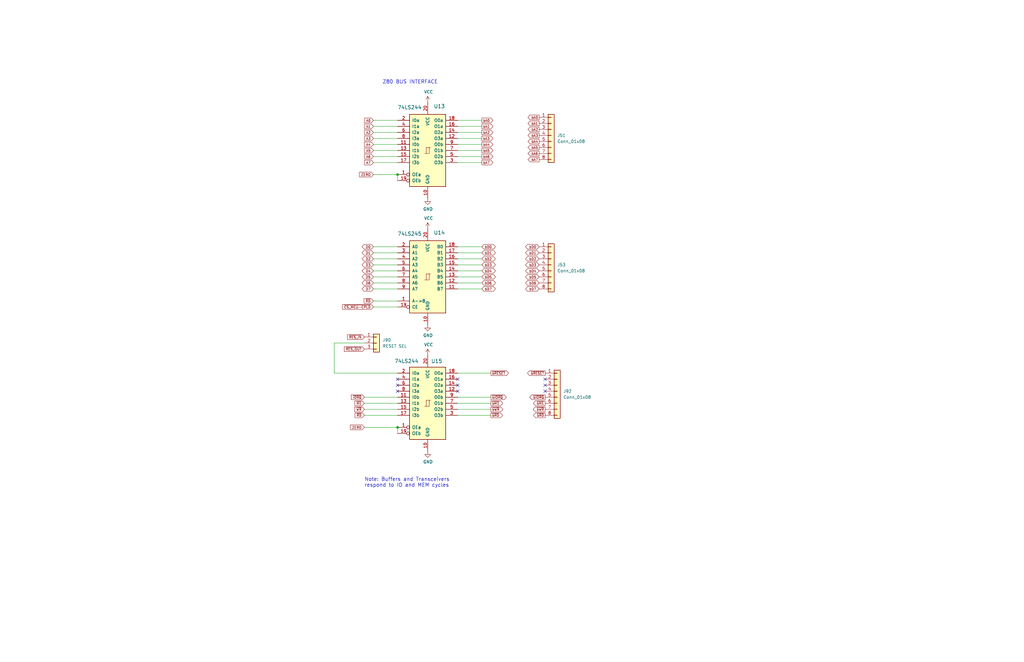
<source format=kicad_sch>
(kicad_sch (version 20211123) (generator eeschema)
  (paper "B")
  (lib_symbols
    (symbol "74xx:74LS244" (pin_names (offset 1.016))
      (property "Reference" "U" (at -7.62 16.51 0))
      (property "Value" "74LS244" (at -7.62 -16.51 0))
      (symbol "74LS244_1_0"
        (polyline (pts (xy -0.635 -1.27) (xy -0.635 1.27) (xy 0.635 1.27)))
        (polyline (pts (xy -1.27 -1.27) (xy 0.635 -1.27) (xy 0.635 1.27) (xy 1.27 1.27)))
        (pin input inverted (at -12.7 -10.16 0) (length 5.08) (name "OEa") (number "1"))
        (pin power_in line (at 0 -20.32 90) (length 5.08) (name "GND") (number "10"))
        (pin input line (at -12.7 2.54 0) (length 5.08) (name "I0b") (number "11"))
        (pin tri_state line (at 12.7 5.08 180) (length 5.08) (name "O3a") (number "12"))
        (pin input line (at -12.7 0 0) (length 5.08) (name "I1b") (number "13"))
        (pin tri_state line (at 12.7 7.62 180) (length 5.08) (name "O2a") (number "14"))
        (pin input line (at -12.7 -2.54 0) (length 5.08) (name "I2b") (number "15"))
        (pin tri_state line (at 12.7 10.16 180) (length 5.08) (name "O1a") (number "16"))
        (pin input line (at -12.7 -5.08 0) (length 5.08) (name "I3b") (number "17"))
        (pin tri_state line (at 12.7 12.7 180) (length 5.08) (name "O0a") (number "18"))
        (pin input inverted (at -12.7 -12.7 0) (length 5.08) (name "OEb") (number "19"))
        (pin input line (at -12.7 12.7 0) (length 5.08) (name "I0a") (number "2"))
        (pin power_in line (at 0 20.32 270) (length 5.08) (name "VCC") (number "20"))
        (pin tri_state line (at 12.7 -5.08 180) (length 5.08) (name "O3b") (number "3"))
        (pin input line (at -12.7 10.16 0) (length 5.08) (name "I1a") (number "4"))
        (pin tri_state line (at 12.7 -2.54 180) (length 5.08) (name "O2b") (number "5"))
        (pin input line (at -12.7 7.62 0) (length 5.08) (name "I2a") (number "6"))
        (pin tri_state line (at 12.7 0 180) (length 5.08) (name "O1b") (number "7"))
        (pin input line (at -12.7 5.08 0) (length 5.08) (name "I3a") (number "8"))
        (pin tri_state line (at 12.7 2.54 180) (length 5.08) (name "O0b") (number "9"))
      )
      (symbol "74LS244_1_1"
        (rectangle (start -7.62 15.24) (end 7.62 -15.24) (stroke (width 0.254)) (fill (type background)))
      )
    )
    (symbol "74xx:74LS245" (pin_names (offset 1.016))
      (property "Reference" "U" (at -7.62 16.51 0))
      (property "Value" "74LS245" (at -7.62 -16.51 0))
      (symbol "74LS245_1_0"
        (polyline (pts (xy -0.635 -1.27) (xy -0.635 1.27) (xy 0.635 1.27)))
        (polyline (pts (xy -1.27 -1.27) (xy 0.635 -1.27) (xy 0.635 1.27) (xy 1.27 1.27)))
        (pin input line (at -12.7 -10.16 0) (length 5.08) (name "A->B") (number "1"))
        (pin power_in line (at 0 -20.32 90) (length 5.08) (name "GND") (number "10"))
        (pin tri_state line (at 12.7 -5.08 180) (length 5.08) (name "B7") (number "11"))
        (pin tri_state line (at 12.7 -2.54 180) (length 5.08) (name "B6") (number "12"))
        (pin tri_state line (at 12.7 0 180) (length 5.08) (name "B5") (number "13"))
        (pin tri_state line (at 12.7 2.54 180) (length 5.08) (name "B4") (number "14"))
        (pin tri_state line (at 12.7 5.08 180) (length 5.08) (name "B3") (number "15"))
        (pin tri_state line (at 12.7 7.62 180) (length 5.08) (name "B2") (number "16"))
        (pin tri_state line (at 12.7 10.16 180) (length 5.08) (name "B1") (number "17"))
        (pin tri_state line (at 12.7 12.7 180) (length 5.08) (name "B0") (number "18"))
        (pin input inverted (at -12.7 -12.7 0) (length 5.08) (name "CE") (number "19"))
        (pin tri_state line (at -12.7 12.7 0) (length 5.08) (name "A0") (number "2"))
        (pin power_in line (at 0 20.32 270) (length 5.08) (name "VCC") (number "20"))
        (pin tri_state line (at -12.7 10.16 0) (length 5.08) (name "A1") (number "3"))
        (pin tri_state line (at -12.7 7.62 0) (length 5.08) (name "A2") (number "4"))
        (pin tri_state line (at -12.7 5.08 0) (length 5.08) (name "A3") (number "5"))
        (pin tri_state line (at -12.7 2.54 0) (length 5.08) (name "A4") (number "6"))
        (pin tri_state line (at -12.7 0 0) (length 5.08) (name "A5") (number "7"))
        (pin tri_state line (at -12.7 -2.54 0) (length 5.08) (name "A6") (number "8"))
        (pin tri_state line (at -12.7 -5.08 0) (length 5.08) (name "A7") (number "9"))
      )
      (symbol "74LS245_1_1"
        (rectangle (start -7.62 15.24) (end 7.62 -15.24) (stroke (width 0.254)) (fill (type background)))
      )
    )
    (symbol "Connector_Generic:Conn_01x03" (pin_names (offset 1.016) hide)
      (property "Reference" "J" (at 0 5.08 0))
      (property "Value" "Conn_01x03" (at 0 -5.08 0))
      (symbol "Conn_01x03_1_1"
        (rectangle (start -1.27 -2.413) (end 0 -2.667) (stroke (width 0.1524)))
        (rectangle (start -1.27 0.127) (end 0 -0.127) (stroke (width 0.1524)))
        (rectangle (start -1.27 2.667) (end 0 2.413) (stroke (width 0.1524)))
        (rectangle (start -1.27 3.81) (end 1.27 -3.81) (stroke (width 0.254)) (fill (type background)))
        (pin passive line (at -5.08 2.54 0) (length 3.81) (name "Pin_1") (number "1"))
        (pin passive line (at -5.08 0 0) (length 3.81) (name "Pin_2") (number "2"))
        (pin passive line (at -5.08 -2.54 0) (length 3.81) (name "Pin_3") (number "3"))
      )
    )
    (symbol "Connector_Generic:Conn_01x08" (pin_names (offset 1.016) hide)
      (property "Reference" "J" (at 0 10.16 0))
      (property "Value" "Conn_01x08" (at 0 -12.7 0))
      (symbol "Conn_01x08_1_1"
        (rectangle (start -1.27 -10.033) (end 0 -10.287) (stroke (width 0.1524)))
        (rectangle (start -1.27 -7.493) (end 0 -7.747) (stroke (width 0.1524)))
        (rectangle (start -1.27 -4.953) (end 0 -5.207) (stroke (width 0.1524)))
        (rectangle (start -1.27 -2.413) (end 0 -2.667) (stroke (width 0.1524)))
        (rectangle (start -1.27 0.127) (end 0 -0.127) (stroke (width 0.1524)))
        (rectangle (start -1.27 2.667) (end 0 2.413) (stroke (width 0.1524)))
        (rectangle (start -1.27 5.207) (end 0 4.953) (stroke (width 0.1524)))
        (rectangle (start -1.27 7.747) (end 0 7.493) (stroke (width 0.1524)))
        (rectangle (start -1.27 8.89) (end 1.27 -11.43) (stroke (width 0.254)) (fill (type background)))
        (pin passive line (at -5.08 7.62 0) (length 3.81) (name "Pin_1") (number "1"))
        (pin passive line (at -5.08 5.08 0) (length 3.81) (name "Pin_2") (number "2"))
        (pin passive line (at -5.08 2.54 0) (length 3.81) (name "Pin_3") (number "3"))
        (pin passive line (at -5.08 0 0) (length 3.81) (name "Pin_4") (number "4"))
        (pin passive line (at -5.08 -2.54 0) (length 3.81) (name "Pin_5") (number "5"))
        (pin passive line (at -5.08 -5.08 0) (length 3.81) (name "Pin_6") (number "6"))
        (pin passive line (at -5.08 -7.62 0) (length 3.81) (name "Pin_7") (number "7"))
        (pin passive line (at -5.08 -10.16 0) (length 3.81) (name "Pin_8") (number "8"))
      )
    )
    (symbol "power:GND" (power) (pin_names (offset 0))
      (property "Value" "GND" (at 0 -3.81 0))
      (symbol "GND_0_1"
        (polyline (pts (xy 0 0) (xy 0 -1.27) (xy 1.27 -1.27) (xy 0 -2.54) (xy -1.27 -1.27) (xy 0 -1.27)))
      )
      (symbol "GND_1_1"
        (pin power_in line (at 0 0 270) (length 0) hide (name "GND") (number "1"))
      )
    )
    (symbol "power:VCC" (power) (pin_names (offset 0))
      (property "Value" "VCC" (at 0 3.81 0))
      (symbol "VCC_0_1"
        (polyline (pts (xy -0.762 1.27) (xy 0 2.54)))
        (polyline (pts (xy 0 0) (xy 0 2.54)))
        (polyline (pts (xy 0 2.54) (xy 0.762 1.27)))
      )
      (symbol "VCC_1_1"
        (pin power_in line (at 0 0 90) (length 0) hide (name "VCC") (number "1"))
      )
    )
  )
  (junction (at 167.64 180.34))
  (junction (at 167.64 73.66))
  (no_connect (at 167.64 162.56))
  (no_connect (at 167.64 160.02))
  (no_connect (at 193.04 160.02))
  (no_connect (at 193.04 165.1))
  (no_connect (at 193.04 162.56))
  (no_connect (at 167.64 165.1))
  (no_connect (at 229.87 165.1))
  (no_connect (at 229.87 160.02))
  (no_connect (at 229.87 162.56))
  (wire (pts (xy 193.04 60.96) (xy 203.2 60.96)))
  (wire (pts (xy 193.04 167.64) (xy 207.01 167.64)))
  (wire (pts (xy 193.04 104.14) (xy 203.2 104.14)))
  (wire (pts (xy 157.48 119.38) (xy 167.64 119.38)))
  (wire (pts (xy 193.04 66.04) (xy 203.2 66.04)))
  (wire (pts (xy 167.64 180.34) (xy 167.64 182.88)))
  (wire (pts (xy 153.67 170.18) (xy 167.64 170.18)))
  (wire (pts (xy 157.48 127) (xy 167.64 127)))
  (wire (pts (xy 157.48 63.5) (xy 167.64 63.5)))
  (wire (pts (xy 157.48 106.68) (xy 167.64 106.68)))
  (wire (pts (xy 157.48 53.34) (xy 167.64 53.34)))
  (wire (pts (xy 193.04 68.58) (xy 203.2 68.58)))
  (wire (pts (xy 157.48 116.84) (xy 167.64 116.84)))
  (wire (pts (xy 193.04 157.48) (xy 207.01 157.48)))
  (wire (pts (xy 157.48 66.04) (xy 167.64 66.04)))
  (wire (pts (xy 157.48 68.58) (xy 167.64 68.58)))
  (wire (pts (xy 157.48 104.14) (xy 167.64 104.14)))
  (wire (pts (xy 157.48 109.22) (xy 167.64 109.22)))
  (wire (pts (xy 193.04 111.76) (xy 203.2 111.76)))
  (wire (pts (xy 157.48 114.3) (xy 167.64 114.3)))
  (wire (pts (xy 193.04 50.8) (xy 203.2 50.8)))
  (wire (pts (xy 153.67 167.64) (xy 167.64 167.64)))
  (wire (pts (xy 157.48 55.88) (xy 167.64 55.88)))
  (wire (pts (xy 193.04 106.68) (xy 203.2 106.68)))
  (wire (pts (xy 193.04 175.26) (xy 207.01 175.26)))
  (wire (pts (xy 157.48 121.92) (xy 167.64 121.92)))
  (wire (pts (xy 157.48 50.8) (xy 167.64 50.8)))
  (wire (pts (xy 157.48 58.42) (xy 167.64 58.42)))
  (wire (pts (xy 140.97 157.48) (xy 167.64 157.48)))
  (wire (pts (xy 193.04 121.92) (xy 203.2 121.92)))
  (wire (pts (xy 193.04 116.84) (xy 203.2 116.84)))
  (wire (pts (xy 153.67 172.72) (xy 167.64 172.72)))
  (wire (pts (xy 153.67 180.34) (xy 167.64 180.34)))
  (wire (pts (xy 157.48 129.54) (xy 167.64 129.54)))
  (wire (pts (xy 140.97 144.78) (xy 140.97 157.48)))
  (wire (pts (xy 193.04 55.88) (xy 203.2 55.88)))
  (wire (pts (xy 193.04 172.72) (xy 207.01 172.72)))
  (wire (pts (xy 157.48 60.96) (xy 167.64 60.96)))
  (wire (pts (xy 193.04 53.34) (xy 203.2 53.34)))
  (wire (pts (xy 193.04 109.22) (xy 203.2 109.22)))
  (wire (pts (xy 157.48 111.76) (xy 167.64 111.76)))
  (wire (pts (xy 193.04 114.3) (xy 203.2 114.3)))
  (wire (pts (xy 140.97 144.78) (xy 153.67 144.78)))
  (wire (pts (xy 167.64 76.2) (xy 167.64 73.66)))
  (wire (pts (xy 157.48 73.66) (xy 167.64 73.66)))
  (wire (pts (xy 153.67 175.26) (xy 167.64 175.26)))
  (wire (pts (xy 193.04 63.5) (xy 203.2 63.5)))
  (wire (pts (xy 193.04 119.38) (xy 203.2 119.38)))
  (wire (pts (xy 193.04 58.42) (xy 203.2 58.42)))
  (wire (pts (xy 193.04 170.18) (xy 207.01 170.18)))
  (text "Z80 BUS INTERFACE" (at 161.29 35.56 0) (effects (font (size 1.524 1.524)) (justify left bottom)))
  (text "Note: Buffers and Transceivers\nrespond to IO and MEM cycles" (at 153.67 205.74 0) (effects (font (size 1.524 1.524)) (justify left bottom)))
  (global_label "bD5" (shape bidirectional) (at 203.2 116.84 0) (effects (font (size 1.016 1.016))) (property "Intersheet References" "${INTERSHEET_REFS}" (effects hide)))
  (global_label "~{RES_OUT}" (shape input) (at 153.67 147.32 180) (effects (font (size 1.016 1.016))) (property "Intersheet References" "${INTERSHEET_REFS}" (effects hide)))
  (global_label "bA4" (shape output) (at 203.2 60.96 0) (effects (font (size 1.016 1.016))) (property "Intersheet References" "${INTERSHEET_REFS}" (effects hide)))
  (global_label "D4" (shape bidirectional) (at 157.48 114.3 180) (effects (font (size 1.016 1.016))) (property "Intersheet References" "${INTERSHEET_REFS}" (effects hide)))
  (global_label "~{RES_IN}" (shape input) (at 153.67 142.24 180) (effects (font (size 1.016 1.016))) (property "Intersheet References" "${INTERSHEET_REFS}" (effects hide)))
  (global_label "~{bWR}" (shape output) (at 207.01 172.72 0) (effects (font (size 1.016 1.016))) (property "Intersheet References" "${INTERSHEET_REFS}" (effects hide)))
  (global_label "~{bRESET}" (shape output) (at 207.01 157.48 0) (effects (font (size 1.016 1.016))) (property "Intersheet References" "${INTERSHEET_REFS}" (effects hide)))
  (global_label "~{bIORQ}" (shape output) (at 207.01 167.64 0) (effects (font (size 1.016 1.016))) (property "Intersheet References" "${INTERSHEET_REFS}" (effects hide)))
  (global_label "~{WR}" (shape input) (at 153.67 172.72 180) (effects (font (size 1.016 1.016))) (property "Intersheet References" "${INTERSHEET_REFS}" (effects hide)))
  (global_label "~{bIORQ}" (shape output) (at 229.87 167.64 180) (effects (font (size 1.016 1.016))) (property "Intersheet References" "${INTERSHEET_REFS}" (effects hide)))
  (global_label "bA3" (shape output) (at 203.2 58.42 0) (effects (font (size 1.016 1.016))) (property "Intersheet References" "${INTERSHEET_REFS}" (effects hide)))
  (global_label "D3" (shape bidirectional) (at 157.48 111.76 180) (effects (font (size 1.016 1.016))) (property "Intersheet References" "${INTERSHEET_REFS}" (effects hide)))
  (global_label "ZERO" (shape input) (at 153.67 180.34 180) (effects (font (size 1.016 1.016))) (property "Intersheet References" "${INTERSHEET_REFS}" (effects hide)))
  (global_label "bD2" (shape bidirectional) (at 203.2 109.22 0) (effects (font (size 1.016 1.016))) (property "Intersheet References" "${INTERSHEET_REFS}" (effects hide)))
  (global_label "~{CS_MCU-CPLD}" (shape input) (at 157.48 129.54 180) (effects (font (size 1.016 1.016))) (property "Intersheet References" "${INTERSHEET_REFS}" (effects hide)))
  (global_label "A7" (shape input) (at 157.48 68.58 180) (effects (font (size 1.016 1.016))) (property "Intersheet References" "${INTERSHEET_REFS}" (effects hide)))
  (global_label "bD1" (shape bidirectional) (at 227.33 106.68 180) (effects (font (size 1.016 1.016))) (property "Intersheet References" "${INTERSHEET_REFS}" (effects hide)))
  (global_label "A1" (shape input) (at 157.48 53.34 180) (effects (font (size 1.016 1.016))) (property "Intersheet References" "${INTERSHEET_REFS}" (effects hide)))
  (global_label "bD7" (shape bidirectional) (at 203.2 121.92 0) (effects (font (size 1.016 1.016))) (property "Intersheet References" "${INTERSHEET_REFS}" (effects hide)))
  (global_label "bD6" (shape bidirectional) (at 227.33 119.38 180) (effects (font (size 1.016 1.016))) (property "Intersheet References" "${INTERSHEET_REFS}" (effects hide)))
  (global_label "~{bRESET}" (shape output) (at 229.87 157.48 180) (effects (font (size 1.016 1.016))) (property "Intersheet References" "${INTERSHEET_REFS}" (effects hide)))
  (global_label "D6" (shape bidirectional) (at 157.48 119.38 180) (effects (font (size 1.016 1.016))) (property "Intersheet References" "${INTERSHEET_REFS}" (effects hide)))
  (global_label "~{bRD}" (shape output) (at 207.01 175.26 0) (effects (font (size 1.016 1.016))) (property "Intersheet References" "${INTERSHEET_REFS}" (effects hide)))
  (global_label "ZERO" (shape input) (at 157.48 73.66 180) (effects (font (size 1.016 1.016))) (property "Intersheet References" "${INTERSHEET_REFS}" (effects hide)))
  (global_label "bD3" (shape bidirectional) (at 227.33 111.76 180) (effects (font (size 1.016 1.016))) (property "Intersheet References" "${INTERSHEET_REFS}" (effects hide)))
  (global_label "bA5" (shape output) (at 227.33 62.23 180) (effects (font (size 1.016 1.016))) (property "Intersheet References" "${INTERSHEET_REFS}" (effects hide)))
  (global_label "~{IORQ}" (shape input) (at 153.67 167.64 180) (effects (font (size 1.016 1.016))) (property "Intersheet References" "${INTERSHEET_REFS}" (effects hide)))
  (global_label "bA0" (shape output) (at 203.2 50.8 0) (effects (font (size 1.016 1.016))) (property "Intersheet References" "${INTERSHEET_REFS}" (effects hide)))
  (global_label "~{M1}" (shape input) (at 153.67 170.18 180) (effects (font (size 1.016 1.016))) (property "Intersheet References" "${INTERSHEET_REFS}" (effects hide)))
  (global_label "D1" (shape bidirectional) (at 157.48 106.68 180) (effects (font (size 1.016 1.016))) (property "Intersheet References" "${INTERSHEET_REFS}" (effects hide)))
  (global_label "bD5" (shape bidirectional) (at 227.33 116.84 180) (effects (font (size 1.016 1.016))) (property "Intersheet References" "${INTERSHEET_REFS}" (effects hide)))
  (global_label "~{bWR}" (shape output) (at 229.87 172.72 180) (effects (font (size 1.016 1.016))) (property "Intersheet References" "${INTERSHEET_REFS}" (effects hide)))
  (global_label "~{bRD}" (shape output) (at 229.87 175.26 180) (effects (font (size 1.016 1.016))) (property "Intersheet References" "${INTERSHEET_REFS}" (effects hide)))
  (global_label "bA1" (shape output) (at 227.33 52.07 180) (effects (font (size 1.016 1.016))) (property "Intersheet References" "${INTERSHEET_REFS}" (effects hide)))
  (global_label "bA6" (shape output) (at 203.2 66.04 0) (effects (font (size 1.016 1.016))) (property "Intersheet References" "${INTERSHEET_REFS}" (effects hide)))
  (global_label "D5" (shape bidirectional) (at 157.48 116.84 180) (effects (font (size 1.016 1.016))) (property "Intersheet References" "${INTERSHEET_REFS}" (effects hide)))
  (global_label "bD3" (shape bidirectional) (at 203.2 111.76 0) (effects (font (size 1.016 1.016))) (property "Intersheet References" "${INTERSHEET_REFS}" (effects hide)))
  (global_label "A2" (shape input) (at 157.48 55.88 180) (effects (font (size 1.016 1.016))) (property "Intersheet References" "${INTERSHEET_REFS}" (effects hide)))
  (global_label "bD4" (shape bidirectional) (at 227.33 114.3 180) (effects (font (size 1.016 1.016))) (property "Intersheet References" "${INTERSHEET_REFS}" (effects hide)))
  (global_label "A4" (shape input) (at 157.48 60.96 180) (effects (font (size 1.016 1.016))) (property "Intersheet References" "${INTERSHEET_REFS}" (effects hide)))
  (global_label "bA2" (shape output) (at 227.33 54.61 180) (effects (font (size 1.016 1.016))) (property "Intersheet References" "${INTERSHEET_REFS}" (effects hide)))
  (global_label "bA3" (shape output) (at 227.33 57.15 180) (effects (font (size 1.016 1.016))) (property "Intersheet References" "${INTERSHEET_REFS}" (effects hide)))
  (global_label "D2" (shape bidirectional) (at 157.48 109.22 180) (effects (font (size 1.016 1.016))) (property "Intersheet References" "${INTERSHEET_REFS}" (effects hide)))
  (global_label "bA2" (shape output) (at 203.2 55.88 0) (effects (font (size 1.016 1.016))) (property "Intersheet References" "${INTERSHEET_REFS}" (effects hide)))
  (global_label "bA1" (shape output) (at 203.2 53.34 0) (effects (font (size 1.016 1.016))) (property "Intersheet References" "${INTERSHEET_REFS}" (effects hide)))
  (global_label "bD2" (shape bidirectional) (at 227.33 109.22 180) (effects (font (size 1.016 1.016))) (property "Intersheet References" "${INTERSHEET_REFS}" (effects hide)))
  (global_label "bA4" (shape output) (at 227.33 59.69 180) (effects (font (size 1.016 1.016))) (property "Intersheet References" "${INTERSHEET_REFS}" (effects hide)))
  (global_label "bA7" (shape output) (at 203.2 68.58 0) (effects (font (size 1.016 1.016))) (property "Intersheet References" "${INTERSHEET_REFS}" (effects hide)))
  (global_label "bD4" (shape bidirectional) (at 203.2 114.3 0) (effects (font (size 1.016 1.016))) (property "Intersheet References" "${INTERSHEET_REFS}" (effects hide)))
  (global_label "bD7" (shape bidirectional) (at 227.33 121.92 180) (effects (font (size 1.016 1.016))) (property "Intersheet References" "${INTERSHEET_REFS}" (effects hide)))
  (global_label "D7" (shape bidirectional) (at 157.48 121.92 180) (effects (font (size 1.016 1.016))) (property "Intersheet References" "${INTERSHEET_REFS}" (effects hide)))
  (global_label "bA0" (shape output) (at 227.33 49.53 180) (effects (font (size 1.016 1.016))) (property "Intersheet References" "${INTERSHEET_REFS}" (effects hide)))
  (global_label "~{RD}" (shape input) (at 157.48 127 180) (effects (font (size 1.016 1.016))) (property "Intersheet References" "${INTERSHEET_REFS}" (effects hide)))
  (global_label "bD0" (shape bidirectional) (at 227.33 104.14 180) (effects (font (size 1.016 1.016))) (property "Intersheet References" "${INTERSHEET_REFS}" (effects hide)))
  (global_label "~{RD}" (shape input) (at 153.67 175.26 180) (effects (font (size 1.016 1.016))) (property "Intersheet References" "${INTERSHEET_REFS}" (effects hide)))
  (global_label "A3" (shape input) (at 157.48 58.42 180) (effects (font (size 1.016 1.016))) (property "Intersheet References" "${INTERSHEET_REFS}" (effects hide)))
  (global_label "bD1" (shape bidirectional) (at 203.2 106.68 0) (effects (font (size 1.016 1.016))) (property "Intersheet References" "${INTERSHEET_REFS}" (effects hide)))
  (global_label "A6" (shape input) (at 157.48 66.04 180) (effects (font (size 1.016 1.016))) (property "Intersheet References" "${INTERSHEET_REFS}" (effects hide)))
  (global_label "~{bM1}" (shape output) (at 207.01 170.18 0) (effects (font (size 1.016 1.016))) (property "Intersheet References" "${INTERSHEET_REFS}" (effects hide)))
  (global_label "bD6" (shape bidirectional) (at 203.2 119.38 0) (effects (font (size 1.016 1.016))) (property "Intersheet References" "${INTERSHEET_REFS}" (effects hide)))
  (global_label "~{bM1}" (shape output) (at 229.87 170.18 180) (effects (font (size 1.016 1.016))) (property "Intersheet References" "${INTERSHEET_REFS}" (effects hide)))
  (global_label "bA5" (shape output) (at 203.2 63.5 0) (effects (font (size 1.016 1.016))) (property "Intersheet References" "${INTERSHEET_REFS}" (effects hide)))
  (global_label "bA7" (shape output) (at 227.33 67.31 180) (effects (font (size 1.016 1.016))) (property "Intersheet References" "${INTERSHEET_REFS}" (effects hide)))
  (global_label "A5" (shape input) (at 157.48 63.5 180) (effects (font (size 1.016 1.016))) (property "Intersheet References" "${INTERSHEET_REFS}" (effects hide)))
  (global_label "bA6" (shape output) (at 227.33 64.77 180) (effects (font (size 1.016 1.016))) (property "Intersheet References" "${INTERSHEET_REFS}" (effects hide)))
  (global_label "D0" (shape bidirectional) (at 157.48 104.14 180) (effects (font (size 1.016 1.016))) (property "Intersheet References" "${INTERSHEET_REFS}" (effects hide)))
  (global_label "A0" (shape input) (at 157.48 50.8 180) (effects (font (size 1.016 1.016))) (property "Intersheet References" "${INTERSHEET_REFS}" (effects hide)))
  (global_label "bD0" (shape bidirectional) (at 203.2 104.14 0) (effects (font (size 1.016 1.016))) (property "Intersheet References" "${INTERSHEET_REFS}" (effects hide)))
  (symbol (lib_id "74xx:74LS245") (at 180.34 116.84 0) (unit 1)
    (property "Reference" "U14" (at 182.88 99.06 0) (effects (font (size 1.524 1.524)) (justify left bottom)))
    (property "Value" "74LS245" (at 167.64 97.79 0) (effects (font (size 1.524 1.524)) (justify left top)))
    (property "Footprint" "Package_DIP:DIP-20_W7.62mm" (effects hide))
    (property "Datasheet" "http://www.ti.com/lit/gpn/sn74LS245" (effects hide))
  )
  (symbol (lib_id "power:VCC") (at 180.34 43.18 0) (unit 1)
    (property "Reference" "#PWR057" (effects hide))
    (property "Value" "VCC" (at 180.721 38.7858 0))
  )
  (symbol (lib_id "power:GND") (at 180.34 83.82 0) (unit 1)
    (property "Reference" "#PWR058" (effects hide))
    (property "Value" "GND" (at 180.467 88.2142 0))
  )
  (symbol (lib_id "power:VCC") (at 180.34 96.52 0) (unit 1)
    (property "Reference" "#PWR059" (effects hide))
    (property "Value" "VCC" (at 180.721 92.1258 0))
  )
  (symbol (lib_id "power:VCC") (at 180.34 149.86 0) (unit 1)
    (property "Reference" "#PWR061" (effects hide))
    (property "Value" "VCC" (at 180.721 145.4658 0))
  )
  (symbol (lib_id "power:GND") (at 180.34 137.16 0) (unit 1)
    (property "Reference" "#PWR060" (effects hide))
    (property "Value" "GND" (at 180.467 141.5542 0))
  )
  (symbol (lib_id "power:GND") (at 180.34 190.5 0) (unit 1)
    (property "Reference" "#PWR062" (effects hide))
    (property "Value" "GND" (at 180.467 194.8942 0))
  )
  (symbol (lib_id "74xx:74LS244") (at 180.34 170.18 0) (unit 1)
    (property "Reference" "U15" (at 184.15 152.4 0) (effects (font (size 1.524 1.524))))
    (property "Value" "74LS244" (at 171.45 152.4 0) (effects (font (size 1.524 1.524))))
    (property "Footprint" "Package_DIP:DIP-20_W7.62mm" (effects hide))
    (property "Datasheet" "http://www.ti.com/lit/ds/symlink/sn74ls244.pdf" (effects hide))
  )
  (symbol (lib_id "74xx:74LS244") (at 180.34 63.5 0) (unit 1)
    (property "Reference" "U13" (at 182.88 45.72 0) (effects (font (size 1.524 1.524)) (justify left bottom)))
    (property "Value" "74LS244" (at 167.64 44.45 0) (effects (font (size 1.524 1.524)) (justify left top)))
    (property "Footprint" "Package_DIP:DIP-20_W7.62mm" (effects hide))
    (property "Datasheet" "http://www.ti.com/lit/ds/symlink/sn74ls244.pdf" (effects hide))
  )
  (symbol (lib_id "Connector_Generic:Conn_01x08") (at 232.41 111.76 0) (unit 1)
    (property "Reference" "J53" (at 234.95 111.7599 0) (effects (justify left)))
    (property "Value" "Conn_01x08" (at 234.95 114.2999 0) (effects (justify left)))
  )
  (symbol (lib_id "Connector_Generic:Conn_01x08") (at 232.41 57.15 0) (unit 1)
    (property "Reference" "J51" (at 234.95 57.1499 0) (effects (justify left)))
    (property "Value" "Conn_01x08" (at 234.95 59.6899 0) (effects (justify left)))
  )
  (symbol (lib_id "Connector_Generic:Conn_01x08") (at 234.95 165.1 0) (unit 1)
    (property "Reference" "J92" (at 237.49 165.0999 0) (effects (justify left)))
    (property "Value" "Conn_01x08" (at 237.49 167.6399 0) (effects (justify left)))
  )
  (symbol (lib_id "Connector_Generic:Conn_01x03") (at 158.75 144.78 0) (unit 1)
    (property "Reference" "J90" (at 161.29 143.5099 0) (effects (justify left)))
    (property "Value" "RESET SEL" (at 161.29 146.0499 0) (effects (justify left)))
    (property "Footprint" "Connector_PinHeader_2.54mm:PinHeader_1x03_P2.54mm_Vertical" (effects hide))
  )
)
</source>
